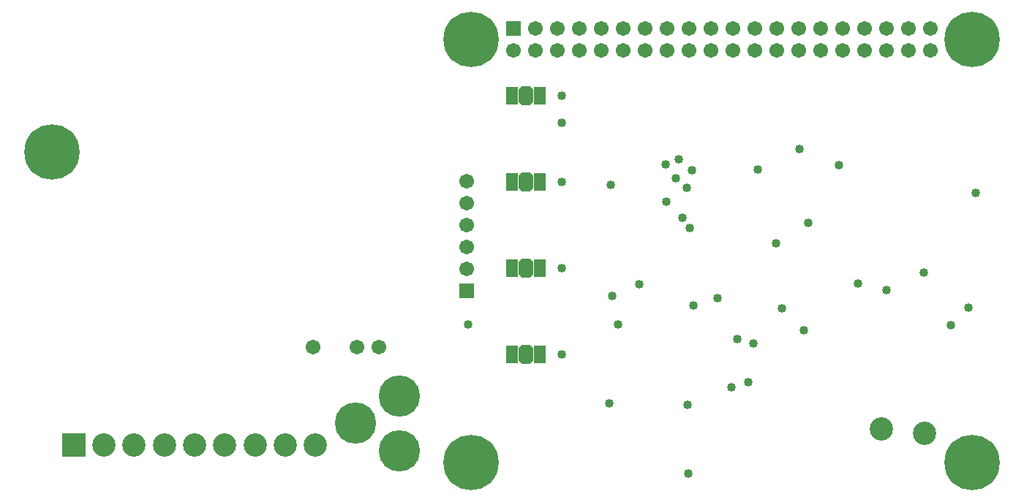
<source format=gbs>
%FSTAX24Y24*%
%MOIN*%
G70*
G01*
G75*
G04 Layer_Color=16711935*
%ADD10R,0.1004X0.0374*%
%ADD11R,0.1004X0.1299*%
%ADD12R,0.0433X0.0453*%
%ADD13R,0.0472X0.0256*%
%ADD14R,0.0374X0.0315*%
%ADD15R,0.0315X0.0374*%
%ADD16R,0.0807X0.0157*%
%ADD17O,0.0866X0.0236*%
%ADD18R,0.0866X0.0236*%
%ADD19C,0.0200*%
%ADD20C,0.0150*%
%ADD21C,0.0100*%
%ADD22C,0.0300*%
%ADD23C,0.0039*%
%ADD24C,0.0591*%
%ADD25C,0.0984*%
%ADD26R,0.0984X0.0984*%
%ADD27C,0.1800*%
%ADD28R,0.0591X0.0591*%
%ADD29R,0.0591X0.0591*%
G04:AMPARAMS|DCode=30|XSize=78.7mil|YSize=60mil|CornerRadius=0mil|HoleSize=0mil|Usage=FLASHONLY|Rotation=270.000|XOffset=0mil|YOffset=0mil|HoleType=Round|Shape=Octagon|*
%AMOCTAGOND30*
4,1,8,-0.0150,-0.0394,0.0150,-0.0394,0.0300,-0.0244,0.0300,0.0244,0.0150,0.0394,-0.0150,0.0394,-0.0300,0.0244,-0.0300,-0.0244,-0.0150,-0.0394,0.0*
%
%ADD30OCTAGOND30*%

%ADD31C,0.0320*%
%ADD32C,0.2441*%
%ADD33R,0.0472X0.0728*%
%ADD34R,0.1084X0.0454*%
%ADD35R,0.1084X0.1379*%
%ADD36R,0.0513X0.0533*%
%ADD37R,0.0552X0.0336*%
%ADD38R,0.0454X0.0395*%
%ADD39R,0.0395X0.0454*%
%ADD40R,0.0887X0.0237*%
%ADD41O,0.0946X0.0316*%
%ADD42R,0.0946X0.0316*%
%ADD43C,0.0671*%
%ADD44C,0.1064*%
%ADD45R,0.1064X0.1064*%
%ADD46C,0.1880*%
%ADD47R,0.0671X0.0671*%
%ADD48R,0.0671X0.0671*%
G04:AMPARAMS|DCode=49|XSize=86.7mil|YSize=68mil|CornerRadius=0mil|HoleSize=0mil|Usage=FLASHONLY|Rotation=270.000|XOffset=0mil|YOffset=0mil|HoleType=Round|Shape=Octagon|*
%AMOCTAGOND49*
4,1,8,-0.0170,-0.0434,0.0170,-0.0434,0.0340,-0.0264,0.0340,0.0264,0.0170,0.0434,-0.0170,0.0434,-0.0340,0.0264,-0.0340,-0.0264,-0.0170,-0.0434,0.0*
%
%ADD49OCTAGOND49*%

%ADD50C,0.0400*%
%ADD51C,0.2521*%
%ADD52R,0.0552X0.0808*%
D43*
X071669Y073032D02*
D03*
X070669D02*
D03*
X068669D02*
D03*
X077795Y086569D02*
D03*
X078795Y087569D02*
D03*
Y086569D02*
D03*
X079795Y087569D02*
D03*
Y086569D02*
D03*
X080795Y087569D02*
D03*
Y086569D02*
D03*
X081795Y087569D02*
D03*
Y086569D02*
D03*
X082795Y087569D02*
D03*
Y086569D02*
D03*
X083795Y087569D02*
D03*
Y086569D02*
D03*
X084795Y087569D02*
D03*
Y086569D02*
D03*
X085795Y087569D02*
D03*
Y086569D02*
D03*
X086795Y087569D02*
D03*
Y086569D02*
D03*
X087795Y087569D02*
D03*
Y086569D02*
D03*
X088795Y087569D02*
D03*
Y086569D02*
D03*
X089795Y087569D02*
D03*
Y086569D02*
D03*
X090795Y087569D02*
D03*
Y086569D02*
D03*
X091795Y087569D02*
D03*
Y086569D02*
D03*
X092795Y087569D02*
D03*
Y086569D02*
D03*
X093795Y087569D02*
D03*
Y086569D02*
D03*
X094795Y087569D02*
D03*
Y086569D02*
D03*
X095795Y087569D02*
D03*
Y086569D02*
D03*
X096795Y087569D02*
D03*
Y086569D02*
D03*
X075681Y080591D02*
D03*
Y079591D02*
D03*
Y078591D02*
D03*
Y077591D02*
D03*
Y076591D02*
D03*
D44*
X059146Y068565D02*
D03*
X061902D02*
D03*
X064657D02*
D03*
X066035D02*
D03*
X060524D02*
D03*
X067413D02*
D03*
X06328D02*
D03*
X068791D02*
D03*
X094569Y069301D02*
D03*
X096538Y069104D02*
D03*
D45*
X057768Y068565D02*
D03*
D46*
X072597Y070819D02*
D03*
Y068319D02*
D03*
X070597Y069569D02*
D03*
D47*
X077795Y087569D02*
D03*
D48*
X075681Y075591D02*
D03*
D49*
X078378Y072699D02*
D03*
X078378Y076636D02*
D03*
X078378Y080573D02*
D03*
Y08451D02*
D03*
D50*
X085748Y0704D02*
D03*
X085788Y06727D02*
D03*
X091035Y073819D02*
D03*
X075743Y074077D02*
D03*
X080012Y083268D02*
D03*
X090051Y074803D02*
D03*
X082177Y070472D02*
D03*
X080012Y072699D02*
D03*
X080012Y076636D02*
D03*
Y080573D02*
D03*
X080012Y08451D02*
D03*
X082571Y074077D02*
D03*
X08875Y073197D02*
D03*
X088Y073397D02*
D03*
X0965Y076447D02*
D03*
X0855Y078947D02*
D03*
X08225Y080447D02*
D03*
X09125Y078697D02*
D03*
X08473Y081377D02*
D03*
X08596Y081107D02*
D03*
X08775Y071197D02*
D03*
X0885Y071447D02*
D03*
X084778Y079669D02*
D03*
X086Y074947D02*
D03*
X08356Y075897D02*
D03*
X08977Y077767D02*
D03*
X087098Y075258D02*
D03*
X0948Y075647D02*
D03*
X09351Y075927D02*
D03*
X092646Y081331D02*
D03*
X09855Y074847D02*
D03*
X08586Y078487D02*
D03*
X09084Y082067D02*
D03*
X0823Y075377D02*
D03*
X08895Y081147D02*
D03*
X08535Y081597D02*
D03*
X085205Y080747D02*
D03*
X0857Y080297D02*
D03*
X09775Y074047D02*
D03*
X098878Y080069D02*
D03*
D51*
X056783Y081951D02*
D03*
X075878Y087069D02*
D03*
X098713Y067778D02*
D03*
X075878D02*
D03*
X098713Y087069D02*
D03*
D52*
X079008Y072699D02*
D03*
X077748D02*
D03*
X079008Y076636D02*
D03*
X077748D02*
D03*
X079008Y080573D02*
D03*
X077748D02*
D03*
X079008Y08451D02*
D03*
X077748D02*
D03*
M02*

</source>
